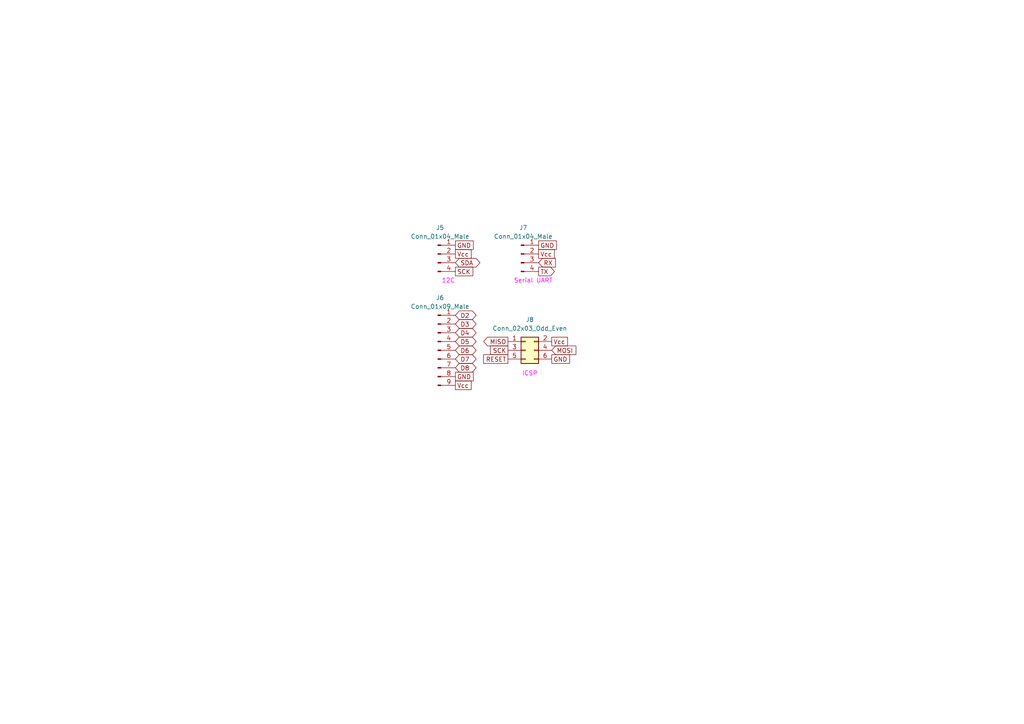
<source format=kicad_sch>
(kicad_sch (version 20250114) (generator "eeschema") (generator_version "9.0")
  (paper "A4")
  (lib_symbols
    (symbol "Connector:Conn_01x04_Pin" (pin_names (offset 1.016) (hide yes))
      (property "Reference" "J" (at 0 5.08 0))
      (property "Value" "Conn_01x04_Pin" (at 0 -7.62 0))
      (symbol "Conn_01x04_Pin_1_1"
        (rectangle (start 0.8636 2.667) (end 0 2.413) (stroke (width 0.1524)) (fill (type outline)))
        (rectangle (start 0.8636 0.127) (end 0 -0.127) (stroke (width 0.1524)) (fill (type outline)))
        (rectangle (start 0.8636 -2.413) (end 0 -2.667) (stroke (width 0.1524)) (fill (type outline)))
        (rectangle (start 0.8636 -4.953) (end 0 -5.207) (stroke (width 0.1524)) (fill (type outline)))
        (polyline (pts (xy 1.27 2.54) (xy 0.8636 2.54)) (stroke (width 0.1524)))
        (polyline (pts (xy 1.27 0) (xy 0.8636 0)) (stroke (width 0.1524)))
        (polyline (pts (xy 1.27 -2.54) (xy 0.8636 -2.54)) (stroke (width 0.1524)))
        (polyline (pts (xy 1.27 -5.08) (xy 0.8636 -5.08)) (stroke (width 0.1524)))
        (pin passive line (at 5.08 2.54 180) (length 3.81) (name "Pin_1") (number "1"))
        (pin passive line (at 5.08 0 180) (length 3.81) (name "Pin_2") (number "2"))
        (pin passive line (at 5.08 -2.54 180) (length 3.81) (name "Pin_3") (number "3"))
        (pin passive line (at 5.08 -5.08 180) (length 3.81) (name "Pin_4") (number "4"))
      )
    )
    (symbol "Connector:Conn_01x09_Pin" (pin_names (offset 1.016) (hide yes))
      (property "Reference" "J" (at 0 12.7 0))
      (property "Value" "Conn_01x09_Pin" (at 0 -12.7 0))
      (symbol "Conn_01x09_Pin_1_1"
        (rectangle (start 0.8636 10.287) (end 0 10.033) (stroke (width 0.1524)) (fill (type outline)))
        (rectangle (start 0.8636 7.747) (end 0 7.493) (stroke (width 0.1524)) (fill (type outline)))
        (rectangle (start 0.8636 5.207) (end 0 4.953) (stroke (width 0.1524)) (fill (type outline)))
        (rectangle (start 0.8636 2.667) (end 0 2.413) (stroke (width 0.1524)) (fill (type outline)))
        (rectangle (start 0.8636 0.127) (end 0 -0.127) (stroke (width 0.1524)) (fill (type outline)))
        (rectangle (start 0.8636 -2.413) (end 0 -2.667) (stroke (width 0.1524)) (fill (type outline)))
        (rectangle (start 0.8636 -4.953) (end 0 -5.207) (stroke (width 0.1524)) (fill (type outline)))
        (rectangle (start 0.8636 -7.493) (end 0 -7.747) (stroke (width 0.1524)) (fill (type outline)))
        (rectangle (start 0.8636 -10.033) (end 0 -10.287) (stroke (width 0.1524)) (fill (type outline)))
        (polyline (pts (xy 1.27 10.16) (xy 0.8636 10.16)) (stroke (width 0.1524)))
        (polyline (pts (xy 1.27 7.62) (xy 0.8636 7.62)) (stroke (width 0.1524)))
        (polyline (pts (xy 1.27 5.08) (xy 0.8636 5.08)) (stroke (width 0.1524)))
        (polyline (pts (xy 1.27 2.54) (xy 0.8636 2.54)) (stroke (width 0.1524)))
        (polyline (pts (xy 1.27 0) (xy 0.8636 0)) (stroke (width 0.1524)))
        (polyline (pts (xy 1.27 -2.54) (xy 0.8636 -2.54)) (stroke (width 0.1524)))
        (polyline (pts (xy 1.27 -5.08) (xy 0.8636 -5.08)) (stroke (width 0.1524)))
        (polyline (pts (xy 1.27 -7.62) (xy 0.8636 -7.62)) (stroke (width 0.1524)))
        (polyline (pts (xy 1.27 -10.16) (xy 0.8636 -10.16)) (stroke (width 0.1524)))
        (pin passive line (at 5.08 10.16 180) (length 3.81) (name "Pin_1") (number "1"))
        (pin passive line (at 5.08 7.62 180) (length 3.81) (name "Pin_2") (number "2"))
        (pin passive line (at 5.08 5.08 180) (length 3.81) (name "Pin_3") (number "3"))
        (pin passive line (at 5.08 2.54 180) (length 3.81) (name "Pin_4") (number "4"))
        (pin passive line (at 5.08 0 180) (length 3.81) (name "Pin_5") (number "5"))
        (pin passive line (at 5.08 -2.54 180) (length 3.81) (name "Pin_6") (number "6"))
        (pin passive line (at 5.08 -5.08 180) (length 3.81) (name "Pin_7") (number "7"))
        (pin passive line (at 5.08 -7.62 180) (length 3.81) (name "Pin_8") (number "8"))
        (pin passive line (at 5.08 -10.16 180) (length 3.81) (name "Pin_9") (number "9"))
      )
    )
    (symbol "Connector_Generic:Conn_02x03_Odd_Even" (pin_names (offset 1.016) (hide yes))
      (property "Reference" "J" (at 1.27 5.08 0))
      (property "Value" "Conn_02x03_Odd_Even" (at 1.27 -5.08 0))
      (symbol "Conn_02x03_Odd_Even_1_1"
        (rectangle (start -1.27 3.81) (end 3.81 -3.81) (stroke (width 0.254)) (fill (type background)))
        (rectangle (start -1.27 2.667) (end 0 2.413) (stroke (width 0.1524)))
        (rectangle (start -1.27 0.127) (end 0 -0.127) (stroke (width 0.1524)))
        (rectangle (start -1.27 -2.413) (end 0 -2.667) (stroke (width 0.1524)))
        (rectangle (start 3.81 2.667) (end 2.54 2.413) (stroke (width 0.1524)))
        (rectangle (start 3.81 0.127) (end 2.54 -0.127) (stroke (width 0.1524)))
        (rectangle (start 3.81 -2.413) (end 2.54 -2.667) (stroke (width 0.1524)))
        (pin passive line (at -5.08 2.54 0) (length 3.81) (name "Pin_1") (number "1"))
        (pin passive line (at -5.08 0 0) (length 3.81) (name "Pin_3") (number "3"))
        (pin passive line (at -5.08 -2.54 0) (length 3.81) (name "Pin_5") (number "5"))
        (pin passive line (at 7.62 2.54 180) (length 3.81) (name "Pin_2") (number "2"))
        (pin passive line (at 7.62 0 180) (length 3.81) (name "Pin_4") (number "4"))
        (pin passive line (at 7.62 -2.54 180) (length 3.81) (name "Pin_6") (number "6"))
      )
    )
  )
  (text "12C" (at 130.048 81.534 0) (effects (font (size 1.27 1.27))))
  (text "ICSP" (at 153.67 108.458 0) (effects (font (size 1.27 1.27))))
  (text "Serial UART" (at 154.686 81.534 0) (effects (font (size 1.27 1.27))))
  (global_label "D8" (shape tri_state) (at 132.08 106.68 0) (property "Intersheetrefs" "${INTERSHEET_REFS}" (effects (hide yes))))
  (global_label "TX" (shape output) (at 156.21 78.74 0) (property "Intersheetrefs" "${INTERSHEET_REFS}" (effects (hide yes))))
  (global_label "RX" (shape input) (at 156.21 76.2 0) (property "Intersheetrefs" "${INTERSHEET_REFS}" (effects (hide yes))))
  (global_label "GND" (shape passive) (at 132.08 109.22 0) (property "Intersheetrefs" "${INTERSHEET_REFS}" (effects (hide yes))))
  (global_label "D2" (shape tri_state) (at 132.08 91.44 0) (property "Intersheetrefs" "${INTERSHEET_REFS}" (effects (hide yes))))
  (global_label "D5" (shape tri_state) (at 132.08 99.06 0) (property "Intersheetrefs" "${INTERSHEET_REFS}" (effects (hide yes))))
  (global_label "MISO" (shape output) (at 147.32 99.06 180) (property "Intersheetrefs" "${INTERSHEET_REFS}" (effects (hide yes))))
  (global_label "Vcc" (shape passive) (at 132.08 73.66 0) (property "Intersheetrefs" "${INTERSHEET_REFS}" (effects (hide yes))))
  (global_label "D4" (shape tri_state) (at 132.08 96.52 0) (property "Intersheetrefs" "${INTERSHEET_REFS}" (effects (hide yes))))
  (global_label "GND" (shape passive) (at 160.02 104.14 0) (property "Intersheetrefs" "${INTERSHEET_REFS}" (effects (hide yes))))
  (global_label "SCK" (shape passive) (at 147.32 101.6 180) (property "Intersheetrefs" "${INTERSHEET_REFS}" (effects (hide yes))))
  (global_label "SCK" (shape passive) (at 132.08 78.74 0) (property "Intersheetrefs" "${INTERSHEET_REFS}" (effects (hide yes))))
  (global_label "MOSI" (shape input) (at 160.02 101.6 0) (property "Intersheetrefs" "${INTERSHEET_REFS}" (effects (hide yes))))
  (global_label "D7" (shape tri_state) (at 132.08 104.14 0) (property "Intersheetrefs" "${INTERSHEET_REFS}" (effects (hide yes))))
  (global_label "Vcc" (shape passive) (at 132.08 111.76 0) (property "Intersheetrefs" "${INTERSHEET_REFS}" (effects (hide yes))))
  (global_label "Vcc" (shape passive) (at 160.02 99.06 0) (property "Intersheetrefs" "${INTERSHEET_REFS}" (effects (hide yes))))
  (global_label "GND" (shape passive) (at 132.08 71.12 0) (property "Intersheetrefs" "${INTERSHEET_REFS}" (effects (hide yes))))
  (global_label "GND" (shape passive) (at 156.21 71.12 0) (property "Intersheetrefs" "${INTERSHEET_REFS}" (effects (hide yes))))
  (global_label "D6" (shape tri_state) (at 132.08 101.6 0) (property "Intersheetrefs" "${INTERSHEET_REFS}" (effects (hide yes))))
  (global_label "SDA" (shape tri_state) (at 132.08 76.2 0) (property "Intersheetrefs" "${INTERSHEET_REFS}" (effects (hide yes))))
  (global_label "RESET" (shape passive) (at 147.32 104.14 180) (property "Intersheetrefs" "${INTERSHEET_REFS}" (effects (hide yes))))
  (global_label "D3" (shape tri_state) (at 132.08 93.98 0) (property "Intersheetrefs" "${INTERSHEET_REFS}" (effects (hide yes))))
  (global_label "Vcc" (shape passive) (at 156.21 73.66 0) (property "Intersheetrefs" "${INTERSHEET_REFS}" (effects (hide yes))))
  (symbol (lib_id "Connector_Generic:Conn_02x03_Odd_Even") (at 152.4 101.6 0) (unit 1)
    (property "Reference" "J8" (at 153.67 92.71 0))
    (property "Value" "Conn_02x03_Odd_Even" (at 153.67 95.25 0))
    (property "Footprint" "Connector_PinHeader_2.54mm:PinHeader_2x03_P2.54mm_Vertical" (effects (hide yes)))
    (property "Description" "Generic connector, double row, 02x03, odd/even pin numbering scheme (row 1 odd numbers, row 2 even numbers), script generated (kicad-library-utils/schlib/autogen/connector/)" (effects (hide yes)))
  )
  (symbol (lib_id "Connector:Conn_01x04_Pin") (at 151.13 73.66 0) (unit 1)
    (property "Reference" "J7" (at 151.765 66.04 0))
    (property "Value" "Conn_01x04_Male" (at 151.765 68.58 0))
    (property "Footprint" "Connector_PinHeader_2.54mm:PinHeader_1x04_P2.54mm_Vertical" (effects (hide yes)))
    (property "Description" "Generic connector, single row, 01x04, script generated" (effects (hide yes)))
  )
  (symbol (lib_id "Connector:Conn_01x09_Pin") (at 127 101.6 0) (unit 1)
    (property "Reference" "J6" (at 127.635 86.36 0))
    (property "Value" "Conn_01x09_Male" (at 127.635 88.9 0))
    (property "Footprint" "Connector_PinHeader_2.54mm:PinHeader_1x09_P2.54mm_Vertical" (effects (hide yes)))
    (property "Description" "Generic connector, single row, 01x09, script generated" (effects (hide yes)))
  )
  (symbol (lib_id "Connector:Conn_01x04_Pin") (at 127 73.66 0) (unit 1)
    (property "Reference" "J5" (at 127.635 66.04 0))
    (property "Value" "Conn_01x04_Male" (at 127.635 68.58 0))
    (property "Footprint" "Connector_PinHeader_2.54mm:PinHeader_1x04_P2.54mm_Vertical" (effects (hide yes)))
    (property "Description" "Generic connector, single row, 01x04, script generated" (effects (hide yes)))
  )
)
</source>
